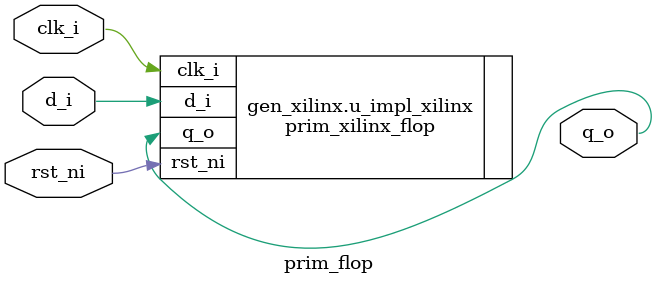
<source format=v>
module prim_flop (
	clk_i,
	rst_ni,
	d_i,
	q_o
);
	parameter signed [31:0] Width = 1;
	parameter [Width - 1:0] ResetValue = 0;
	input clk_i;
	input rst_ni;
	input [Width - 1:0] d_i;
	output wire [Width - 1:0] q_o;
	localparam integer Impl = 32'sd1;
	generate
		if (Impl == 32'sd1) begin : gen_xilinx
			prim_xilinx_flop #(
				.ResetValue(ResetValue),
				.Width(Width)
			) u_impl_xilinx(
				.clk_i(clk_i),
				.rst_ni(rst_ni),
				.d_i(d_i),
				.q_o(q_o)
			);
		end
		else begin : gen_generic
			prim_generic_flop #(
				.ResetValue(ResetValue),
				.Width(Width)
			) u_impl_generic(
				.clk_i(clk_i),
				.rst_ni(rst_ni),
				.d_i(d_i),
				.q_o(q_o)
			);
		end
	endgenerate
endmodule

</source>
